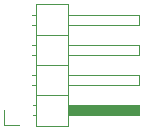
<source format=gbr>
%TF.GenerationSoftware,KiCad,Pcbnew,9.0.6*%
%TF.CreationDate,2025-12-25T20:01:47+05:30*%
%TF.ProjectId,USB,5553422e-6b69-4636-9164-5f7063625858,rev?*%
%TF.SameCoordinates,Original*%
%TF.FileFunction,Legend,Bot*%
%TF.FilePolarity,Positive*%
%FSLAX46Y46*%
G04 Gerber Fmt 4.6, Leading zero omitted, Abs format (unit mm)*
G04 Created by KiCad (PCBNEW 9.0.6) date 2025-12-25 20:01:47*
%MOMM*%
%LPD*%
G01*
G04 APERTURE LIST*
%ADD10C,0.120000*%
G04 APERTURE END LIST*
D10*
%TO.C,J1*%
X109845000Y-98035000D02*
X109845000Y-99305000D01*
X109845000Y-99305000D02*
X111115000Y-99305000D01*
X112192358Y-89985000D02*
X112505000Y-89985000D01*
X112192358Y-90845000D02*
X112505000Y-90845000D01*
X112192358Y-92525000D02*
X112505000Y-92525000D01*
X112192358Y-93385000D02*
X112505000Y-93385000D01*
X112192358Y-95065000D02*
X112505000Y-95065000D01*
X112192358Y-95925000D02*
X112505000Y-95925000D01*
X112275000Y-97605000D02*
X112505000Y-97605000D01*
X112275000Y-98465000D02*
X112505000Y-98465000D01*
X112505000Y-89035000D02*
X115265000Y-89035000D01*
X112505000Y-91685000D02*
X115265000Y-91685000D01*
X112505000Y-94225000D02*
X115265000Y-94225000D01*
X112505000Y-96765000D02*
X115265000Y-96765000D01*
X112505000Y-99415000D02*
X112505000Y-89035000D01*
X115265000Y-89035000D02*
X115265000Y-99415000D01*
X115265000Y-90845000D02*
X121265000Y-90845000D01*
X115265000Y-93385000D02*
X121265000Y-93385000D01*
X115265000Y-95925000D02*
X121265000Y-95925000D01*
X115265000Y-99415000D02*
X112505000Y-99415000D01*
X121265000Y-89985000D02*
X115265000Y-89985000D01*
X121265000Y-90845000D02*
X121265000Y-89985000D01*
X121265000Y-92525000D02*
X115265000Y-92525000D01*
X121265000Y-93385000D02*
X121265000Y-92525000D01*
X121265000Y-95065000D02*
X115265000Y-95065000D01*
X121265000Y-95925000D02*
X121265000Y-95065000D01*
X115265000Y-98465000D02*
X121265000Y-98465000D01*
X121265000Y-97605000D01*
X115265000Y-97605000D01*
X115265000Y-98465000D01*
G36*
X115265000Y-98465000D02*
G01*
X121265000Y-98465000D01*
X121265000Y-97605000D01*
X115265000Y-97605000D01*
X115265000Y-98465000D01*
G37*
%TD*%
M02*

</source>
